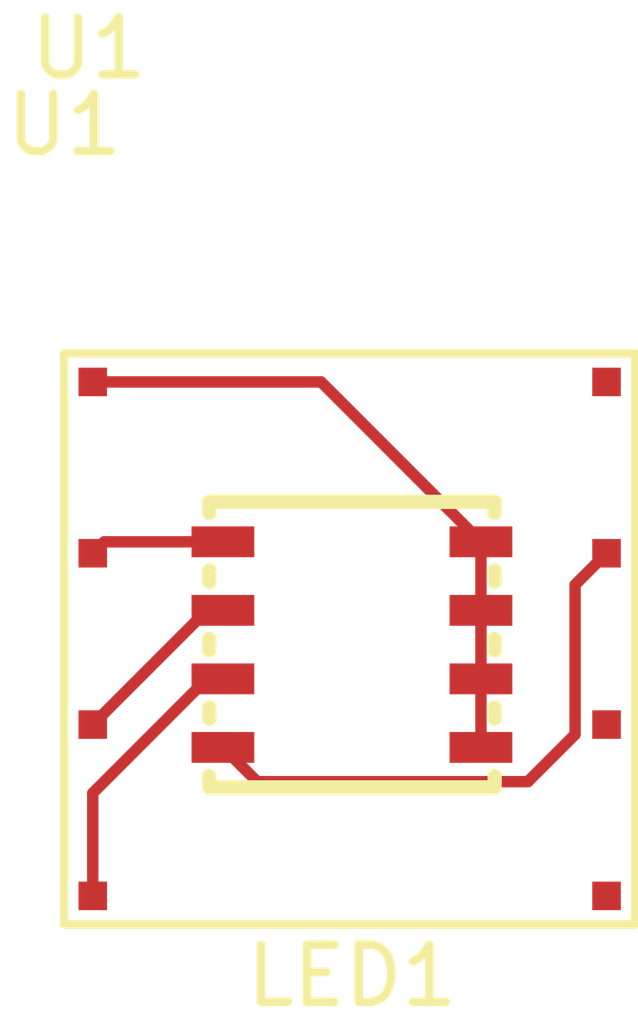
<source format=kicad_pcb>
(kicad_pcb (version 20241229) (generator "pcbnew") (generator_version "9.0")
  (layers (0 "F.Cu" signal) (2 "B.Cu" signal) (13 "F.Paste" user) (15 "B.Paste" user) (5 "F.SilkS" user "F.Silkscreen") (7 "B.SilkS" user "B.Silkscreen") (1 "F.Mask" user) (3 "B.Mask" user) (25 "Edge.Cuts" user))
  (net 0 "")
  (net 1 "anode")
  (net 2 "cathode_green")
  (net 3 "cathode_uv")
  (net 4 "cathode_ir")
  (net 5 "cathode_cold_white")
  (net 6 "cathode_red")
  (net 7 "cathode_warm_white")
  (net 8 "cathode_blue")
  (footprint "HONGLITRONIC_HL_5050RGBW_S1_A27:LED-SMD_8P-L5.0-W5.0-P1.20_HL-5050RGBW-S1-A27" (layer "F.Cu") (at 20.94 22.8 180)
    (property "Reference" "LED1" (at 0 -5.8 0) (layer "F.SilkS"))
    (property "Value" "")
    (fp_line (start 2.5 2.5) (end 2.5 2.3) (stroke (width 0.25)) (layer "F.SilkS"))
    (fp_line (start 2.5 1.3) (end 2.5 1.1) (stroke (width 0.25)) (layer "F.SilkS"))
    (fp_line (start 2.5 0.1) (end 2.5 -0.1) (stroke (width 0.25)) (layer "F.SilkS"))
    (fp_line (start 2.5 -1.1) (end 2.5 -1.3) (stroke (width 0.25)) (layer "F.SilkS"))
    (fp_line (start 2.5 -2.3) (end 2.5 -2.5) (stroke (width 0.25)) (layer "F.SilkS"))
    (fp_line (start 2.5 -2.5) (end -2.5 -2.5) (stroke (width 0.25)) (layer "F.SilkS"))
    (fp_line (start -2.5 2.5) (end 2.5 2.5) (stroke (width 0.25)) (layer "F.SilkS"))
    (fp_line (start -2.5 2.3) (end -2.5 2.5) (stroke (width 0.25)) (layer "F.SilkS"))
    (fp_line (start -2.5 1.1) (end -2.5 1.3) (stroke (width 0.25)) (layer "F.SilkS"))
    (fp_line (start -2.5 -0.1) (end -2.5 0.1) (stroke (width 0.25)) (layer "F.SilkS"))
    (fp_line (start -2.5 -1.3) (end -2.5 -1.1) (stroke (width 0.25)) (layer "F.SilkS"))
    (fp_line (start -2.5 -2.5) (end -2.5 -2.3) (stroke (width 0.25)) (layer "F.SilkS"))
    (fp_text user "${REFERENCE}" (at 0 -5.8 0) (layer "F.SilkS"))
    (pad "1" smd rect (at 2.26 -1.8 270) (size 0.54 1.1) (layers "F.Cu" "F.Mask" "F.Paste") (net 5 "cathode_cold_white"))
    (pad "2" smd rect (at -2.26 -1.8 270) (size 0.54 1.1) (layers "F.Cu" "F.Mask" "F.Paste") (net 1 "anode"))
    (pad "3" smd rect (at 2.26 -0.6 270) (size 0.54 1.1) (layers "F.Cu" "F.Mask" "F.Paste") (net 8 "cathode_blue"))
    (pad "4" smd rect (at -2.26 -0.6 270) (size 0.54 1.1) (layers "F.Cu" "F.Mask" "F.Paste") (net 1 "anode"))
    (pad "5" smd rect (at 2.26 0.6 270) (size 0.54 1.1) (layers "F.Cu" "F.Mask" "F.Paste") (net 2 "cathode_green"))
    (pad "6" smd rect (at -2.26 0.6 270) (size 0.54 1.1) (layers "F.Cu" "F.Mask" "F.Paste") (net 1 "anode"))
    (pad "7" smd rect (at 2.26 1.8 270) (size 0.54 1.1) (layers "F.Cu" "F.Mask" "F.Paste") (net 6 "cathode_red"))
    (pad "8" smd rect (at -2.26 1.8 270) (size 0.54 1.1) (layers "F.Cu" "F.Mask" "F.Paste") (net 1 "anode"))
  )
  (footprint "ATOPILE_PIXEL:pixel" (layer "F.Cu") (at 15.9 17.7)
    (property "Reference" "U1" (at 0.43 -5.34 0) (layer "F.SilkS"))
    (property "Value" "" (hide yes))
    (fp_line (start 0 0) (end 0 10) (stroke (width 0.15)) (layer "F.SilkS"))
    (fp_line (start 0 0) (end 10 0) (stroke (width 0.15)) (layer "F.SilkS"))
    (fp_line (start 0 10) (end 10 10) (stroke (width 0.15)) (layer "F.SilkS"))
    (fp_line (start 10 0) (end 10 10) (stroke (width 0.15)) (layer "F.SilkS"))
    (fp_text user "${REFERENCE}" (at 0 -4 0) (layer "F.SilkS"))
    (pad "1" smd rect (at 0.5 0.5) (size 0.5 0.5) (layers "F.Cu" "F.Mask" "F.Paste") (net 1 "anode"))
    (pad "2" smd rect (at 0.5 3.5) (size 0.5 0.5) (layers "F.Cu" "F.Mask" "F.Paste") (net 6 "cathode_red"))
    (pad "3" smd rect (at 0.5 6.5) (size 0.5 0.5) (layers "F.Cu" "F.Mask" "F.Paste") (net 2 "cathode_green"))
    (pad "4" smd rect (at 0.5 9.5) (size 0.5 0.5) (layers "F.Cu" "F.Mask" "F.Paste") (net 8 "cathode_blue"))
    (pad "5" smd rect (at 9.5 0.5) (size 0.5 0.5) (layers "F.Cu" "F.Mask" "F.Paste") (net 7 "cathode_warm_white"))
    (pad "6" smd rect (at 9.5 3.5) (size 0.5 0.5) (layers "F.Cu" "F.Mask" "F.Paste") (net 5 "cathode_cold_white"))
    (pad "7" smd rect (at 9.5 6.5) (size 0.5 0.5) (layers "F.Cu" "F.Mask" "F.Paste") (net 3 "cathode_uv"))
    (pad "8" smd rect (at 9.5 9.5) (size 0.5 0.5) (layers "F.Cu" "F.Mask" "F.Paste") (net 4 "cathode_ir"))
  )
  (segment (start 23.2 24.6) (end 23.2 21) (width 0.2) (layer "F.Cu") (net 1))
  (segment (start 20.4 18.2) (end 16.4 18.2) (width 0.2) (layer "F.Cu") (net 1))
  (segment (start 23.2 21) (end 20.4 18.2) (width 0.2) (layer "F.Cu") (net 1))
  (segment (start 18.68 22.2) (end 18.4 22.2) (width 0.2) (layer "F.Cu") (net 2))
  (segment (start 18.4 22.2) (end 16.4 24.2) (width 0.2) (layer "F.Cu") (net 2))
  (segment (start 24.849 24.373) (end 24.849 21.751) (width 0.2) (layer "F.Cu") (net 5))
  (segment (start 24.022 25.2) (end 24.849 24.373) (width 0.2) (layer "F.Cu") (net 5))
  (segment (start 19.28 25.2) (end 24.022 25.2) (width 0.2) (layer "F.Cu") (net 5))
  (segment (start 18.68 24.6) (end 19.28 25.2) (width 0.2) (layer "F.Cu") (net 5))
  (segment (start 24.849 21.751) (end 25.4 21.2) (width 0.2) (layer "F.Cu") (net 5))
  (segment (start 16.6 21) (end 16.4 21.2) (width 0.2) (layer "F.Cu") (net 6))
  (segment (start 18.68 21) (end 16.6 21) (width 0.2) (layer "F.Cu") (net 6))
  (segment (start 18.68 23.4) (end 18.4 23.4) (width 0.2) (layer "F.Cu") (net 8))
  (segment (start 18.4 23.4) (end 16.4 25.4) (width 0.2) (layer "F.Cu") (net 8))
  (segment (start 16.4 25.4) (end 16.4 27.2) (width 0.2) (layer "F.Cu") (net 8))
)
</source>
